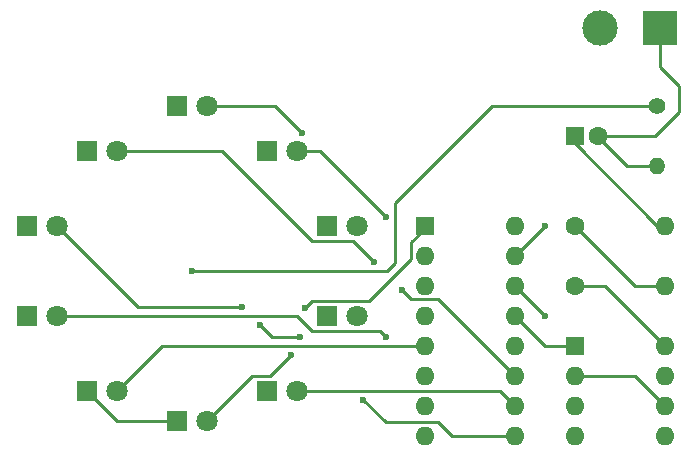
<source format=gbr>
G04 #@! TF.FileFunction,Copper,L2,Bot,Signal*
%FSLAX46Y46*%
G04 Gerber Fmt 4.6, Leading zero omitted, Abs format (unit mm)*
G04 Created by KiCad (PCBNEW 4.0.7-e2-6376~58~ubuntu16.04.1) date Wed May 16 21:57:11 2018*
%MOMM*%
%LPD*%
G01*
G04 APERTURE LIST*
%ADD10C,0.100000*%
%ADD11R,1.600000X1.600000*%
%ADD12C,1.600000*%
%ADD13R,1.800000X1.800000*%
%ADD14C,1.800000*%
%ADD15O,1.600000X1.600000*%
%ADD16C,1.400000*%
%ADD17O,1.400000X1.400000*%
%ADD18R,3.000000X3.000000*%
%ADD19C,3.000000*%
%ADD20C,0.600000*%
%ADD21C,0.250000*%
G04 APERTURE END LIST*
D10*
D11*
X179705000Y-96520000D03*
D12*
X181705000Y-96520000D03*
D13*
X146050000Y-93980000D03*
D14*
X148590000Y-93980000D03*
D13*
X153670000Y-97790000D03*
D14*
X156210000Y-97790000D03*
D13*
X158750000Y-104140000D03*
D14*
X161290000Y-104140000D03*
D13*
X158750000Y-111760000D03*
D14*
X161290000Y-111760000D03*
D13*
X153670000Y-118110000D03*
D14*
X156210000Y-118110000D03*
D13*
X146050000Y-120650000D03*
D14*
X148590000Y-120650000D03*
D13*
X138430000Y-118110000D03*
D14*
X140970000Y-118110000D03*
D13*
X133350000Y-111760000D03*
D14*
X135890000Y-111760000D03*
D13*
X133350000Y-104140000D03*
D14*
X135890000Y-104140000D03*
D13*
X138430000Y-97790000D03*
D14*
X140970000Y-97790000D03*
D12*
X179705000Y-104140000D03*
D15*
X187325000Y-104140000D03*
D12*
X179705000Y-109220000D03*
D15*
X187325000Y-109220000D03*
D16*
X186690000Y-93980000D03*
D17*
X186690000Y-99060000D03*
D11*
X167005000Y-104140000D03*
D15*
X174625000Y-121920000D03*
X167005000Y-106680000D03*
X174625000Y-119380000D03*
X167005000Y-109220000D03*
X174625000Y-116840000D03*
X167005000Y-111760000D03*
X174625000Y-114300000D03*
X167005000Y-114300000D03*
X174625000Y-111760000D03*
X167005000Y-116840000D03*
X174625000Y-109220000D03*
X167005000Y-119380000D03*
X174625000Y-106680000D03*
X167005000Y-121920000D03*
X174625000Y-104140000D03*
D11*
X179705000Y-114300000D03*
D15*
X187325000Y-121920000D03*
X179705000Y-116840000D03*
X187325000Y-119380000D03*
X179705000Y-119380000D03*
X187325000Y-116840000D03*
X179705000Y-121920000D03*
X187325000Y-114300000D03*
D18*
X186944000Y-87439500D03*
D19*
X181864000Y-87439500D03*
D20*
X147320000Y-107950000D03*
X156591000Y-96266000D03*
X163703000Y-103378000D03*
X156845000Y-111125000D03*
X155702000Y-115062000D03*
X163703000Y-113538000D03*
X151511000Y-110998000D03*
X153035000Y-112522000D03*
X156464000Y-113538000D03*
X161798000Y-118872000D03*
X165100000Y-109601000D03*
X162687000Y-107188000D03*
X177165000Y-111760000D03*
X177165000Y-104140000D03*
D21*
X179705000Y-96520000D02*
X179705000Y-97155000D01*
X179705000Y-97155000D02*
X186690000Y-104140000D01*
X186690000Y-104140000D02*
X187325000Y-104140000D01*
X187325000Y-119380000D02*
X184785000Y-116840000D01*
X184785000Y-116840000D02*
X179705000Y-116840000D01*
X138430000Y-118110000D02*
X140970000Y-120650000D01*
X140970000Y-120650000D02*
X146050000Y-120650000D01*
X186690000Y-93980000D02*
X172720000Y-93980000D01*
X147320000Y-107950000D02*
X163830000Y-107950000D01*
X163830000Y-107950000D02*
X164465000Y-107315000D01*
X164465000Y-107315000D02*
X164465000Y-102235000D01*
X164465000Y-102235000D02*
X172720000Y-93980000D01*
X156591000Y-96266000D02*
X154305000Y-93980000D01*
X154305000Y-93980000D02*
X148590000Y-93980000D01*
X163703000Y-103378000D02*
X158115000Y-97790000D01*
X158115000Y-97790000D02*
X156210000Y-97790000D01*
X174625000Y-119380000D02*
X173355000Y-118110000D01*
X173355000Y-118110000D02*
X156210000Y-118110000D01*
X167005000Y-104140000D02*
X167005000Y-104394000D01*
X167005000Y-104394000D02*
X165862000Y-105537000D01*
X165862000Y-105537000D02*
X165862000Y-106934000D01*
X165862000Y-106934000D02*
X162306000Y-110490000D01*
X162306000Y-110490000D02*
X157480000Y-110490000D01*
X157480000Y-110490000D02*
X156845000Y-111125000D01*
X155702000Y-115062000D02*
X153924000Y-116840000D01*
X153924000Y-116840000D02*
X152400000Y-116840000D01*
X152400000Y-116840000D02*
X148590000Y-120650000D01*
X148590000Y-120650000D02*
X148717000Y-120523000D01*
X140970000Y-118110000D02*
X144780000Y-114300000D01*
X144780000Y-114300000D02*
X167005000Y-114300000D01*
X163703000Y-113538000D02*
X163195000Y-113030000D01*
X163195000Y-113030000D02*
X157480000Y-113030000D01*
X157480000Y-113030000D02*
X156210000Y-111760000D01*
X156210000Y-111760000D02*
X135890000Y-111760000D01*
X135890000Y-104140000D02*
X142748000Y-110998000D01*
X142748000Y-110998000D02*
X151511000Y-110998000D01*
X153035000Y-112522000D02*
X154051000Y-113538000D01*
X154051000Y-113538000D02*
X156464000Y-113538000D01*
X161798000Y-118872000D02*
X163703000Y-120777000D01*
X163703000Y-120777000D02*
X168148000Y-120777000D01*
X168148000Y-120777000D02*
X169291000Y-121920000D01*
X169291000Y-121920000D02*
X174625000Y-121920000D01*
X174625000Y-116840000D02*
X168148000Y-110363000D01*
X168148000Y-110363000D02*
X165862000Y-110363000D01*
X165862000Y-110363000D02*
X165100000Y-109601000D01*
X162687000Y-107188000D02*
X160909000Y-105410000D01*
X160909000Y-105410000D02*
X157480000Y-105410000D01*
X157480000Y-105410000D02*
X149860000Y-97790000D01*
X149860000Y-97790000D02*
X140970000Y-97790000D01*
X179705000Y-104140000D02*
X184785000Y-109220000D01*
X184785000Y-109220000D02*
X187325000Y-109220000D01*
X174625000Y-109220000D02*
X177165000Y-111760000D01*
X181705000Y-96520000D02*
X186499500Y-96520000D01*
X186944000Y-90741500D02*
X186944000Y-87439500D01*
X188531500Y-92329000D02*
X186944000Y-90741500D01*
X188531500Y-94488000D02*
X188531500Y-92329000D01*
X186499500Y-96520000D02*
X188531500Y-94488000D01*
X177165000Y-104140000D02*
X174625000Y-106680000D01*
X174625000Y-111760000D02*
X177165000Y-114300000D01*
X177165000Y-114300000D02*
X179705000Y-114300000D01*
X181705000Y-96520000D02*
X181610000Y-96520000D01*
X181610000Y-96520000D02*
X184150000Y-99060000D01*
X184150000Y-99060000D02*
X186690000Y-99060000D01*
X187325000Y-114300000D02*
X182245000Y-109220000D01*
X182245000Y-109220000D02*
X179705000Y-109220000D01*
M02*

</source>
